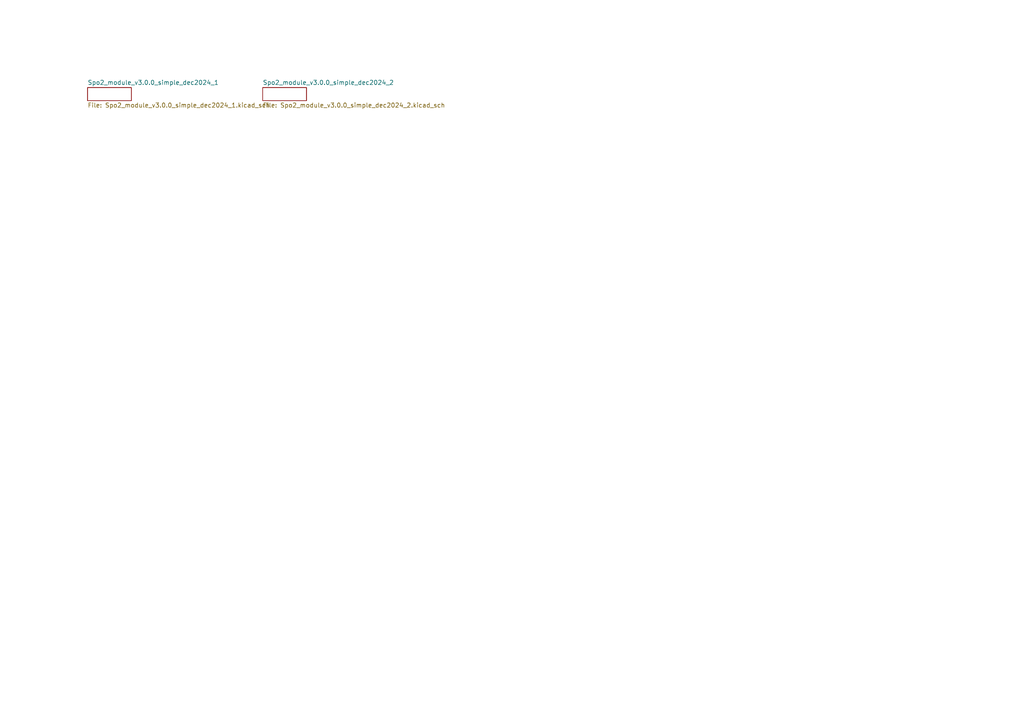
<source format=kicad_sch>
(kicad_sch
	(version 20250114)
	(generator "eeschema")
	(generator_version "9.0")
	(uuid "3ea58622-b04a-4f3f-b49a-99cc0623658e")
	(paper "A4")
	(lib_symbols)
	(sheet
		(at 76.2 25.4)
		(size 12.7 3.81)
		(exclude_from_sim no)
		(in_bom yes)
		(on_board yes)
		(dnp no)
		(fields_autoplaced yes)
		(stroke
			(width 0)
			(type solid)
		)
		(fill
			(color 0 0 0 0.0000)
		)
		(uuid "4c15edff-a526-427e-8ebe-4ef49ae2a5bf")
		(property "Sheetname" "Spo2_module_v3.0.0_simple_dec2024_2"
			(at 76.2 24.6884 0)
			(effects
				(font
					(size 1.27 1.27)
				)
				(justify left bottom)
			)
		)
		(property "Sheetfile" "Spo2_module_v3.0.0_simple_dec2024_2.kicad_sch"
			(at 76.2 29.7946 0)
			(effects
				(font
					(size 1.27 1.27)
				)
				(justify left top)
			)
		)
		(instances
			(project "Spo2_module_v3.0.0_simple_dec2024"
				(path "/3ea58622-b04a-4f3f-b49a-99cc0623658e"
					(page "2")
				)
			)
		)
	)
	(sheet
		(at 25.4 25.4)
		(size 12.7 3.81)
		(exclude_from_sim no)
		(in_bom yes)
		(on_board yes)
		(dnp no)
		(fields_autoplaced yes)
		(stroke
			(width 0)
			(type solid)
		)
		(fill
			(color 0 0 0 0.0000)
		)
		(uuid "a99915da-417e-4dd2-99e5-01eabd1c2602")
		(property "Sheetname" "Spo2_module_v3.0.0_simple_dec2024_1"
			(at 25.4 24.6884 0)
			(effects
				(font
					(size 1.27 1.27)
				)
				(justify left bottom)
			)
		)
		(property "Sheetfile" "Spo2_module_v3.0.0_simple_dec2024_1.kicad_sch"
			(at 25.4 29.7946 0)
			(effects
				(font
					(size 1.27 1.27)
				)
				(justify left top)
			)
		)
		(instances
			(project "Spo2_module_v3.0.0_simple_dec2024"
				(path "/3ea58622-b04a-4f3f-b49a-99cc0623658e"
					(page "1")
				)
			)
		)
	)
	(sheet_instances
		(path "/"
			(page "1")
		)
	)
	(embedded_fonts no)
)

</source>
